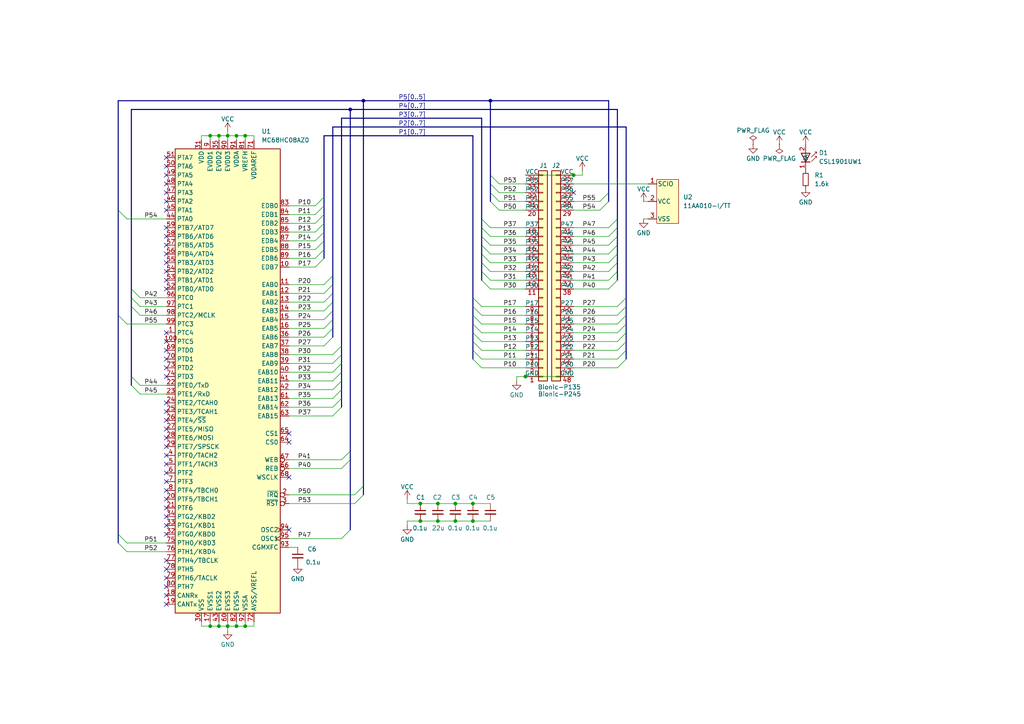
<source format=kicad_sch>
(kicad_sch (version 20231120) (generator "eeschema") (generator_version "8.0")
  (paper "A4")
  (title_block (title "BionicMC68HC08AZ0") (date "2025-03-09") (rev "2"))
  (lib_symbols
    (symbol "Device:C_Small" (pin_numbers hide) (pin_names (offset 0.254) hide)
      (property "Reference" "C" (at 0.254 1.778 0))
      (property "Value" "C_Small" (at 0.254 -2.032 0))
      (symbol "C_Small_0_1"
        (polyline (pts (xy -1.524 -0.508) (xy 1.524 -0.508)) (stroke (width 0.3302)))
        (polyline (pts (xy -1.524 0.508) (xy 1.524 0.508)) (stroke (width 0.3048)))
      )
      (symbol "C_Small_1_1"
        (pin passive line (at 0 2.54 270) (length 2.032) (name "~") (number "1"))
        (pin passive line (at 0 -2.54 90) (length 2.032) (name "~") (number "2"))
      )
    )
    (symbol "Device:R_Small" (pin_numbers hide) (pin_names (offset 0.254) hide)
      (property "Reference" "R" (at 0.762 0.508 0))
      (property "Value" "R_Small" (at 0.762 -1.016 0))
      (symbol "R_Small_0_1"
        (rectangle (start -0.762 1.778) (end 0.762 -1.778) (stroke (width 0.2032)))
      )
      (symbol "R_Small_1_1"
        (pin passive line (at 0 2.54 270) (length 0.762) (name "~") (number "1"))
        (pin passive line (at 0 -2.54 90) (length 0.762) (name "~") (number "2"))
      )
    )
    (symbol "bionic:Bionic-P135" (pin_names (offset 0))
      (property "Reference" "J" (at 0 30.48 0))
      (property "Value" "Bionic-P135" (at -1.27 -33.02 0))
      (symbol "Bionic-P135_1_1"
        (rectangle (start 0 -30.353) (end -1.27 -30.607) (stroke (width 0.1524)))
        (rectangle (start 0 -27.813) (end -1.27 -28.067) (stroke (width 0.1524)))
        (rectangle (start 0 -25.273) (end -1.27 -25.527) (stroke (width 0.1524)))
        (rectangle (start 0 -22.733) (end -1.27 -22.987) (stroke (width 0.1524)))
        (rectangle (start 0 -20.193) (end -1.27 -20.447) (stroke (width 0.1524)))
        (rectangle (start 0 -17.653) (end -1.27 -17.907) (stroke (width 0.1524)))
        (rectangle (start 0 -15.113) (end -1.27 -15.367) (stroke (width 0.1524)))
        (rectangle (start 0 -12.573) (end -1.27 -12.827) (stroke (width 0.1524)))
        (rectangle (start 0 -10.033) (end -1.27 -10.287) (stroke (width 0.1524)))
        (rectangle (start 0 -7.493) (end -1.27 -7.747) (stroke (width 0.1524)))
        (rectangle (start 0 -4.953) (end -1.27 -5.207) (stroke (width 0.1524)))
        (rectangle (start 0 -2.413) (end -1.27 -2.667) (stroke (width 0.1524)))
        (rectangle (start 0 0.127) (end -1.27 -0.127) (stroke (width 0.1524)))
        (rectangle (start 0 2.667) (end -1.27 2.413) (stroke (width 0.1524)))
        (rectangle (start 0 5.207) (end -1.27 4.953) (stroke (width 0.1524)))
        (rectangle (start 0 7.747) (end -1.27 7.493) (stroke (width 0.1524)))
        (rectangle (start 0 10.287) (end -1.27 10.033) (stroke (width 0.1524)))
        (rectangle (start 0 12.827) (end -1.27 12.573) (stroke (width 0.1524)))
        (rectangle (start 0 15.367) (end -1.27 15.113) (stroke (width 0.1524)))
        (rectangle (start 0 17.907) (end -1.27 17.653) (stroke (width 0.1524)))
        (rectangle (start 0 20.447) (end -1.27 20.193) (stroke (width 0.1524)))
        (rectangle (start 0 22.987) (end -1.27 22.733) (stroke (width 0.1524)))
        (rectangle (start 0 25.527) (end -1.27 25.273) (stroke (width 0.1524)))
        (rectangle (start 0 28.067) (end -1.27 27.813) (stroke (width 0.1524)))
        (rectangle (start 1.27 29.21) (end -1.27 -31.75) (stroke (width 0.254)) (fill (type background)))
        (pin power_in line (at -5.08 -30.48 0) (length 3.81) (name "GND") (number "1"))
        (pin bidirectional line (at -5.08 -5.08 0) (length 3.81) (name "P30") (number "11"))
        (pin bidirectional line (at -5.08 -2.54 0) (length 3.81) (name "P31") (number "12"))
        (pin bidirectional line (at -5.08 0 0) (length 3.81) (name "P32") (number "13"))
        (pin bidirectional line (at -5.08 2.54 0) (length 3.81) (name "P33") (number "14"))
        (pin bidirectional line (at -5.08 5.08 0) (length 3.81) (name "P34") (number "15"))
        (pin bidirectional line (at -5.08 7.62 0) (length 3.81) (name "P35") (number "16"))
        (pin bidirectional line (at -5.08 10.16 0) (length 3.81) (name "P36") (number "17"))
        (pin bidirectional line (at -5.08 12.7 0) (length 3.81) (name "P37") (number "18"))
        (pin bidirectional line (at -5.08 -27.94 0) (length 3.81) (name "P10") (number "2"))
        (pin bidirectional line (at -5.08 17.78 0) (length 3.81) (name "P50") (number "20"))
        (pin bidirectional line (at -5.08 20.32 0) (length 3.81) (name "P51") (number "21"))
        (pin bidirectional line (at -5.08 22.86 0) (length 3.81) (name "P52") (number "22"))
        (pin bidirectional line (at -5.08 25.4 0) (length 3.81) (name "P53") (number "23"))
        (pin power_in line (at -5.08 27.94 0) (length 3.81) (name "VCC") (number "24"))
        (pin bidirectional line (at -5.08 -25.4 0) (length 3.81) (name "P11") (number "3"))
        (pin bidirectional line (at -5.08 -22.86 0) (length 3.81) (name "P12") (number "4"))
        (pin bidirectional line (at -5.08 -20.32 0) (length 3.81) (name "P13") (number "5"))
        (pin bidirectional line (at -5.08 -17.78 0) (length 3.81) (name "P14") (number "6"))
        (pin bidirectional line (at -5.08 -15.24 0) (length 3.81) (name "P15") (number "7"))
        (pin bidirectional line (at -5.08 -12.7 0) (length 3.81) (name "P16") (number "8"))
        (pin bidirectional line (at -5.08 -10.16 0) (length 3.81) (name "P17") (number "9"))
      )
    )
    (symbol "bionic:Bionic-P245" (pin_names (offset 0))
      (property "Reference" "J" (at -3.81 30.48 0))
      (property "Value" "Bionic-P245" (at -1.27 -33.02 0))
      (symbol "Bionic-P245_1_1"
        (rectangle (start -2.54 -30.607) (end -3.81 -30.353) (stroke (width 0.1524)))
        (rectangle (start -2.54 -28.067) (end -3.81 -27.813) (stroke (width 0.1524)))
        (rectangle (start -2.54 -25.527) (end -3.81 -25.273) (stroke (width 0.1524)))
        (rectangle (start -2.54 -22.987) (end -3.81 -22.733) (stroke (width 0.1524)))
        (rectangle (start -2.54 -20.447) (end -3.81 -20.193) (stroke (width 0.1524)))
        (rectangle (start -2.54 -17.907) (end -3.81 -17.653) (stroke (width 0.1524)))
        (rectangle (start -2.54 -15.367) (end -3.81 -15.113) (stroke (width 0.1524)))
        (rectangle (start -2.54 -12.827) (end -3.81 -12.573) (stroke (width 0.1524)))
        (rectangle (start -2.54 -10.287) (end -3.81 -10.033) (stroke (width 0.1524)))
        (rectangle (start -2.54 -7.747) (end -3.81 -7.493) (stroke (width 0.1524)))
        (rectangle (start -2.54 -5.207) (end -3.81 -4.953) (stroke (width 0.1524)))
        (rectangle (start -2.54 -2.667) (end -3.81 -2.413) (stroke (width 0.1524)))
        (rectangle (start -2.54 -0.127) (end -3.81 0.127) (stroke (width 0.1524)))
        (rectangle (start -2.54 2.413) (end -3.81 2.667) (stroke (width 0.1524)))
        (rectangle (start -2.54 4.953) (end -3.81 5.207) (stroke (width 0.1524)))
        (rectangle (start -2.54 7.493) (end -3.81 7.747) (stroke (width 0.1524)))
        (rectangle (start -2.54 10.033) (end -3.81 10.287) (stroke (width 0.1524)))
        (rectangle (start -2.54 12.573) (end -3.81 12.827) (stroke (width 0.1524)))
        (rectangle (start -2.54 15.113) (end -3.81 15.367) (stroke (width 0.1524)))
        (rectangle (start -2.54 17.653) (end -3.81 17.907) (stroke (width 0.1524)))
        (rectangle (start -2.54 20.193) (end -3.81 20.447) (stroke (width 0.1524)))
        (rectangle (start -2.54 22.733) (end -3.81 22.987) (stroke (width 0.1524)))
        (rectangle (start -2.54 25.273) (end -3.81 25.527) (stroke (width 0.1524)))
        (rectangle (start -2.54 27.813) (end -3.81 28.067) (stroke (width 0.1524)))
        (rectangle (start -2.54 29.21) (end -5.08 -31.75) (stroke (width 0.254)) (fill (type background)))
        (pin power_in line (at 1.27 27.94 180) (length 3.81) (name "VCC") (number "25"))
        (pin bidirectional line (at 1.27 25.4 180) (length 3.81) (name "P57") (number "26"))
        (pin bidirectional line (at 1.27 22.86 180) (length 3.81) (name "P56") (number "27"))
        (pin bidirectional line (at 1.27 20.32 180) (length 3.81) (name "P55") (number "28"))
        (pin bidirectional line (at 1.27 17.78 180) (length 3.81) (name "P54") (number "29"))
        (pin bidirectional line (at 1.27 12.7 180) (length 3.81) (name "P47") (number "31"))
        (pin bidirectional line (at 1.27 10.16 180) (length 3.81) (name "P46") (number "32"))
        (pin bidirectional line (at 1.27 7.62 180) (length 3.81) (name "P45") (number "33"))
        (pin bidirectional line (at 1.27 5.08 180) (length 3.81) (name "P44") (number "34"))
        (pin bidirectional line (at 1.27 2.54 180) (length 3.81) (name "P43") (number "35"))
        (pin bidirectional line (at 1.27 0 180) (length 3.81) (name "P42") (number "36"))
        (pin bidirectional line (at 1.27 -2.54 180) (length 3.81) (name "P41") (number "37"))
        (pin bidirectional line (at 1.27 -5.08 180) (length 3.81) (name "P40") (number "38"))
        (pin bidirectional line (at 1.27 -10.16 180) (length 3.81) (name "P27") (number "40"))
        (pin bidirectional line (at 1.27 -12.7 180) (length 3.81) (name "P26") (number "41"))
        (pin bidirectional line (at 1.27 -15.24 180) (length 3.81) (name "P25") (number "42"))
        (pin bidirectional line (at 1.27 -17.78 180) (length 3.81) (name "P24") (number "43"))
        (pin bidirectional line (at 1.27 -20.32 180) (length 3.81) (name "P23") (number "44"))
        (pin bidirectional line (at 1.27 -22.86 180) (length 3.81) (name "P22") (number "45"))
        (pin bidirectional line (at 1.27 -25.4 180) (length 3.81) (name "P21") (number "46"))
        (pin bidirectional line (at 1.27 -27.94 180) (length 3.81) (name "P20") (number "47"))
        (pin power_in line (at 1.27 -30.48 180) (length 3.81) (name "GND") (number "48"))
      )
    )
    (symbol "cpu:MC68HC08AZ0"
      (property "Reference" "U" (at 20.574 83.312 0))
      (property "Value" "MC68HC08AZ0" (at 15.24 -85.344 0))
      (symbol "MC68HC08AZ0_0_1"
        (rectangle (start 0 67.31) (end 30.48 -67.31) (stroke (width 0.254)) (fill (type background)))
      )
      (symbol "MC68HC08AZ0_1_1"
        (pin bidirectional line (at -2.54 13.97 0) (length 2.54) (name "PTC4") (number "1"))
        (pin bidirectional line (at 33.02 33.02 180) (length 2.54) (name "EDB7") (number "10"))
        (pin input line (at -2.54 11.43 0) (length 2.54) (name "PTC5") (number "100"))
        (pin output line (at 33.02 27.94 180) (length 2.54) (name "EAB0") (number "11"))
        (pin output line (at 33.02 25.4 180) (length 2.54) (name "EAB1") (number "12"))
        (pin output line (at 33.02 22.86 180) (length 2.54) (name "EAB2") (number "13"))
        (pin output line (at 33.02 20.32 180) (length 2.54) (name "EAB3") (number "14"))
        (pin output line (at 33.02 17.78 180) (length 2.54) (name "EAB4") (number "15"))
        (pin output line (at 33.02 15.24 180) (length 2.54) (name "EAB5") (number "16"))
        (pin power_in line (at 10.16 -69.85 90) (length 2.54) (name "EVSS1") (number "17"))
        (pin input line (at -2.54 -62.23 0) (length 2.54) (name "CANRx") (number "18"))
        (pin output line (at -2.54 -64.77 0) (length 2.54) (name "CANTx") (number "19"))
        (pin input inverted (at 33.02 -33.02 180) (length 2.54) (name "~{IRQ}") (number "2"))
        (pin bidirectional line (at -2.54 -34.29 0) (length 2.54) (name "PTF5/TBCH1") (number "20"))
        (pin bidirectional line (at -2.54 -36.83 0) (length 2.54) (name "PTF6") (number "21"))
        (pin bidirectional line (at -2.54 -1.27 0) (length 2.54) (name "PTE0/TxD") (number "22"))
        (pin bidirectional line (at -2.54 -3.81 0) (length 2.54) (name "PTE1/RxD") (number "23"))
        (pin bidirectional line (at -2.54 -6.35 0) (length 2.54) (name "PTE2/TCAH0") (number "24"))
        (pin bidirectional line (at -2.54 -8.89 0) (length 2.54) (name "PTE3/TCAH1") (number "25"))
        (pin bidirectional line (at -2.54 -11.43 0) (length 2.54) (name "PTE4/~{SS}") (number "26"))
        (pin bidirectional line (at -2.54 -13.97 0) (length 2.54) (name "PTE5/MISO") (number "27"))
        (pin bidirectional line (at -2.54 -16.51 0) (length 2.54) (name "PTE6/MOSI") (number "28"))
        (pin bidirectional line (at -2.54 -19.05 0) (length 2.54) (name "PTE7/SPSCK") (number "29"))
        (pin input inverted (at 33.02 -35.56 180) (length 2.54) (name "~{RST}") (number "3"))
        (pin power_in line (at 7.62 -69.85 90) (length 2.54) (name "VSS") (number "30"))
        (pin power_in line (at 7.62 69.85 270) (length 2.54) (name "VDD") (number "31"))
        (pin bidirectional line (at -2.54 -44.45 0) (length 2.54) (name "PTG0/KBD0") (number "32"))
        (pin bidirectional line (at -2.54 -41.91 0) (length 2.54) (name "PTG1/KBD1") (number "33"))
        (pin bidirectional line (at -2.54 -39.37 0) (length 2.54) (name "PTG2/KBD2") (number "34"))
        (pin power_in line (at 12.7 69.85 270) (length 2.54) (name "EVDD2") (number "35"))
        (pin output line (at 33.02 12.7 180) (length 2.54) (name "EAB6") (number "36"))
        (pin output line (at 33.02 10.16 180) (length 2.54) (name "EAB7") (number "37"))
        (pin output line (at 33.02 7.62 180) (length 2.54) (name "EAB8") (number "38"))
        (pin output line (at 33.02 5.08 180) (length 2.54) (name "EAB9") (number "39"))
        (pin bidirectional line (at -2.54 -21.59 0) (length 2.54) (name "PTF0/TACH2") (number "4"))
        (pin output line (at 33.02 2.54 180) (length 2.54) (name "EAB10") (number "40"))
        (pin output line (at 33.02 0 180) (length 2.54) (name "EAB11") (number "41"))
        (pin output line (at 33.02 -2.54 180) (length 2.54) (name "EAB12") (number "42"))
        (pin power_in line (at 12.7 -69.85 90) (length 2.54) (name "EVSS2") (number "43"))
        (pin bidirectional line (at -2.54 46.99 0) (length 2.54) (name "PTA0") (number "44"))
        (pin bidirectional line (at -2.54 49.53 0) (length 2.54) (name "PTA1") (number "45"))
        (pin bidirectional line (at -2.54 52.07 0) (length 2.54) (name "PTA2") (number "46"))
        (pin bidirectional line (at -2.54 54.61 0) (length 2.54) (name "PTA3") (number "47"))
        (pin bidirectional line (at -2.54 57.15 0) (length 2.54) (name "PTA4") (number "48"))
        (pin bidirectional line (at -2.54 59.69 0) (length 2.54) (name "PTA5") (number "49"))
        (pin bidirectional line (at -2.54 -24.13 0) (length 2.54) (name "PTF1/TACH3") (number "5"))
        (pin bidirectional line (at -2.54 62.23 0) (length 2.54) (name "PTA6") (number "50"))
        (pin bidirectional line (at -2.54 64.77 0) (length 2.54) (name "PTA7") (number "51"))
        (pin bidirectional line (at -2.54 26.67 0) (length 2.54) (name "PTB0/ATD0") (number "52"))
        (pin bidirectional line (at -2.54 29.21 0) (length 2.54) (name "PTB1/ATD1") (number "53"))
        (pin bidirectional line (at -2.54 31.75 0) (length 2.54) (name "PTB2/ATD2") (number "54"))
        (pin bidirectional line (at -2.54 34.29 0) (length 2.54) (name "PTB3/ATD3") (number "55"))
        (pin bidirectional line (at -2.54 36.83 0) (length 2.54) (name "PTB4/ATD4") (number "56"))
        (pin bidirectional line (at -2.54 39.37 0) (length 2.54) (name "PTB5/ATD5") (number "57"))
        (pin bidirectional line (at -2.54 41.91 0) (length 2.54) (name "PTB6/ATD6") (number "58"))
        (pin bidirectional line (at -2.54 44.45 0) (length 2.54) (name "PTB7/ATD7") (number "59"))
        (pin bidirectional line (at -2.54 -26.67 0) (length 2.54) (name "PTF2") (number "6"))
        (pin power_in line (at 15.24 -69.85 90) (length 2.54) (name "EVSS3") (number "60"))
        (pin output line (at 33.02 -5.08 180) (length 2.54) (name "EAB13") (number "61"))
        (pin output line (at 33.02 -7.62 180) (length 2.54) (name "EAB14") (number "62"))
        (pin output line (at 33.02 -10.16 180) (length 2.54) (name "EAB15") (number "63"))
        (pin output line (at 33.02 -17.78 180) (length 2.54) (name "CS0") (number "64"))
        (pin output line (at 33.02 -15.24 180) (length 2.54) (name "CS1") (number "65"))
        (pin output inverted (at 33.02 -25.4 180) (length 2.54) (name "REB") (number "66"))
        (pin output inverted (at 33.02 -22.86 180) (length 2.54) (name "WEB") (number "67"))
        (pin output line (at 33.02 -27.94 180) (length 2.54) (name "WSCLK") (number "68"))
        (pin bidirectional line (at -2.54 8.89 0) (length 2.54) (name "PTD0") (number "69"))
        (pin bidirectional line (at -2.54 -29.21 0) (length 2.54) (name "PTF3") (number "7"))
        (pin bidirectional line (at -2.54 6.35 0) (length 2.54) (name "PTD1") (number "70"))
        (pin passive line (at 22.86 69.85 270) (length 2.54) (name "VDDAREF") (number "71"))
        (pin passive line (at 22.86 -69.85 90) (length 2.54) (name "AVSS/VREFL") (number "72"))
        (pin bidirectional line (at -2.54 3.81 0) (length 2.54) (name "PTD2") (number "73"))
        (pin input line (at -2.54 1.27 0) (length 2.54) (name "PTD3") (number "74"))
        (pin input line (at -2.54 -46.99 0) (length 2.54) (name "PTH0/KBD3") (number "75"))
        (pin input line (at -2.54 -49.53 0) (length 2.54) (name "PTH1/KBD4") (number "76"))
        (pin input line (at -2.54 -52.07 0) (length 2.54) (name "PTH4/TBCLK") (number "77"))
        (pin input line (at -2.54 -54.61 0) (length 2.54) (name "PTH5") (number "78"))
        (pin input line (at -2.54 -57.15 0) (length 2.54) (name "PTH6/TACLK") (number "79"))
        (pin bidirectional line (at -2.54 -31.75 0) (length 2.54) (name "PTF4/TBCH0") (number "8"))
        (pin input line (at -2.54 -59.69 0) (length 2.54) (name "PTH7") (number "80"))
        (pin passive line (at 20.32 69.85 270) (length 2.54) (name "VREFH") (number "81"))
        (pin power_in line (at 17.78 -69.85 90) (length 2.54) (name "EVSS4") (number "82"))
        (pin bidirectional line (at 33.02 50.8 180) (length 2.54) (name "EDB0") (number "83"))
        (pin bidirectional line (at 33.02 48.26 180) (length 2.54) (name "EDB1") (number "84"))
        (pin bidirectional line (at 33.02 45.72 180) (length 2.54) (name "EDB2") (number "85"))
        (pin bidirectional line (at 33.02 43.18 180) (length 2.54) (name "EDB3") (number "86"))
        (pin bidirectional line (at 33.02 40.64 180) (length 2.54) (name "EDB4") (number "87"))
        (pin bidirectional line (at 33.02 38.1 180) (length 2.54) (name "EDB5") (number "88"))
        (pin bidirectional line (at 33.02 35.56 180) (length 2.54) (name "EDB6") (number "89"))
        (pin power_in line (at 10.16 69.85 270) (length 2.54) (name "EVDD1") (number "9"))
        (pin power_in line (at 15.24 69.85 270) (length 2.54) (name "EVDD3") (number "90"))
        (pin power_in line (at 17.78 69.85 270) (length 2.54) (name "VDDA") (number "91"))
        (pin power_in line (at 20.32 -69.85 90) (length 2.54) (name "VSSA") (number "92"))
        (pin passive line (at 33.02 -48.26 180) (length 2.54) (name "CGMXFC") (number "93"))
        (pin output non_logic (at 33.02 -43.18 180) (length 2.54) (name "OSC2") (number "94"))
        (pin input clock (at 33.02 -45.72 180) (length 2.54) (name "OSC1") (number "95"))
        (pin input line (at -2.54 24.13 0) (length 2.54) (name "PTC0") (number "96"))
        (pin input line (at -2.54 21.59 0) (length 2.54) (name "PTC1") (number "97"))
        (pin input line (at -2.54 19.05 0) (length 2.54) (name "PTC2/MCLK") (number "98"))
        (pin input line (at -2.54 16.51 0) (length 2.54) (name "PTC3") (number "99"))
      )
    )
    (symbol "microchip:11AA010-I_TT" (pin_names (offset 0.254))
      (property "Reference" "U" (at 2.54 1.27 0))
      (property "Value" "11AA010-I/TT" (at 3.81 -13.97 0))
      (symbol "11AA010-I_TT_1_1"
        (rectangle (start 0 0) (end 6.35 -12.7) (fill (type background)))
        (pin bidirectional line (at -2.54 -1.27 0) (length 2.54) (name "SCIO") (number "1"))
        (pin power_in line (at -2.54 -6.35 0) (length 2.54) (name "VCC") (number "2"))
        (pin power_in line (at -2.54 -11.43 0) (length 2.54) (name "VSS") (number "3"))
      )
    )
    (symbol "power:GND" (power) (pin_numbers hide) (pin_names (offset 0) hide)
      (property "Value" "GND" (at 0 -3.81 0))
      (symbol "GND_0_1"
        (polyline (pts (xy 0 0) (xy 0 -1.27) (xy 1.27 -1.27) (xy 0 -2.54) (xy -1.27 -1.27) (xy 0 -1.27)))
      )
      (symbol "GND_1_1"
        (pin power_in line (at 0 0 270) (length 0) (name "~") (number "1"))
      )
    )
    (symbol "power:PWR_FLAG" (power) (pin_numbers hide) (pin_names (offset 0) hide)
      (property "Value" "PWR_FLAG" (at 0 3.81 0))
      (symbol "PWR_FLAG_0_0"
        (pin power_out line (at 0 0 90) (length 0) (name "~") (number "1"))
      )
      (symbol "PWR_FLAG_0_1"
        (polyline (pts (xy 0 0) (xy 0 1.27) (xy -1.016 1.905) (xy 0 2.54) (xy 1.016 1.905) (xy 0 1.27)))
      )
    )
    (symbol "power:VCC" (power) (pin_numbers hide) (pin_names (offset 0) hide)
      (property "Value" "VCC" (at 0 3.556 0))
      (symbol "VCC_0_1"
        (polyline (pts (xy -0.762 1.27) (xy 0 2.54)))
        (polyline (pts (xy 0 0) (xy 0 2.54)))
        (polyline (pts (xy 0 2.54) (xy 0.762 1.27)))
      )
      (symbol "VCC_1_1"
        (pin power_in line (at 0 0 90) (length 0) (name "~") (number "1"))
      )
    )
    (symbol "rhom:CSL1901UW1" (pin_names (offset 0.254))
      (property "Reference" "D" (at 3.81 -2.54 0))
      (property "Value" "CSL1901UW1" (at 3.81 -5.08 0))
      (symbol "CSL1901UW1_0_1"
        (polyline (pts (xy 2.159 3.175) (xy 2.667 3.175)))
        (polyline (pts (xy 2.54 0) (xy 5.08 0)))
        (polyline (pts (xy 5.08 1.27) (xy 5.08 -1.27)) (stroke (width 0.254)))
        (polyline (pts (xy 3.683 1.651) (xy 2.159 3.175) (xy 2.159 2.667)))
        (polyline (pts (xy 2.54 -1.27) (xy 5.08 0) (xy 2.54 1.27) (xy 2.54 -1.27)) (stroke (width 0.254)))
        (polyline (pts (xy 4.953 1.651) (xy 3.429 3.175) (xy 3.429 2.667) (xy 3.429 3.175) (xy 3.937 3.175)))
      )
      (symbol "CSL1901UW1_1_1"
        (pin passive line (at 7.62 0 180) (length 2.54) (name "K") (number "1"))
        (pin passive line (at 0 0 0) (length 2.54) (name "A") (number "2"))
      )
      (symbol "CSL1901UW1_1_2"
        (polyline (pts (xy -5.08 7.62) (xy -4.445 8.255)) (stroke (width 0.2032)))
        (polyline (pts (xy -5.08 8.255) (xy -5.08 7.62)) (stroke (width 0.2032)))
        (polyline (pts (xy -4.445 6.35) (xy -3.81 6.985)) (stroke (width 0.2032)))
        (polyline (pts (xy -4.445 8.255) (xy -5.08 8.255)) (stroke (width 0.2032)))
        (polyline (pts (xy -4.445 9.525) (xy -3.81 10.16)) (stroke (width 0.2032)))
        (polyline (pts (xy -4.445 10.16) (xy -4.445 9.525)) (stroke (width 0.2032)))
        (polyline (pts (xy -3.81 6.985) (xy -5.08 8.255)) (stroke (width 0.2032)))
        (polyline (pts (xy -3.81 8.255) (xy -3.175 8.89)) (stroke (width 0.2032)))
        (polyline (pts (xy -3.81 10.16) (xy -4.445 10.16)) (stroke (width 0.2032)))
        (polyline (pts (xy -3.175 5.08) (xy -4.445 6.35)) (stroke (width 0.2032)))
        (polyline (pts (xy -3.175 8.89) (xy -4.445 10.16)) (stroke (width 0.2032)))
        (polyline (pts (xy -2.54 6.985) (xy -3.81 8.255)) (stroke (width 0.2032)))
        (polyline (pts (xy -1.905 3.81) (xy 1.905 3.81)) (stroke (width 0.2032)))
        (polyline (pts (xy 0 2.54) (xy 0 3.4798)) (stroke (width 0.2032)))
        (polyline (pts (xy 0 3.175) (xy 0 3.81)) (stroke (width 0.2032)))
        (polyline (pts (xy 0 6.35) (xy -1.905 3.81)) (stroke (width 0.2032)))
        (polyline (pts (xy 0 6.35) (xy 0 7.62)) (stroke (width 0.2032)))
        (polyline (pts (xy 1.905 3.81) (xy 0 6.35)) (stroke (width 0.2032)))
        (polyline (pts (xy 1.905 6.35) (xy -1.905 6.35)) (stroke (width 0.2032)))
        (pin unspecified line (at 0 10.16 270) (length 2.54) (name "") (number "1"))
        (pin unspecified line (at 0 0 90) (length 2.54) (name "") (number "2"))
      )
    )
  )
  (junction (at 137.16 146.05))
  (junction (at 68.58 181.61))
  (junction (at 66.04 181.61))
  (junction (at 60.96 181.61))
  (junction (at 105.41 29.21))
  (junction (at 137.16 151.13))
  (junction (at 121.92 151.13))
  (junction (at 101.6 31.75))
  (junction (at 68.58 39.37))
  (junction (at 63.5 39.37))
  (junction (at 132.08 146.05))
  (junction (at 63.5 181.61))
  (junction (at 121.92 146.05))
  (junction (at 60.96 39.37))
  (junction (at 71.12 181.61))
  (junction (at 132.08 151.13))
  (junction (at 152.4 109.22))
  (junction (at 71.12 39.37))
  (junction (at 66.04 39.37))
  (junction (at 142.24 29.21))
  (junction (at 127 151.13))
  (junction (at 166.37 50.8))
  (junction (at 127 146.05))
  (no_connect (at 83.82 125.73))
  (no_connect (at 48.26 73.66))
  (no_connect (at 83.82 153.67))
  (no_connect (at 48.26 66.04))
  (no_connect (at 48.26 149.86))
  (no_connect (at 48.26 106.68))
  (no_connect (at 83.82 138.43))
  (no_connect (at 48.26 144.78))
  (no_connect (at 48.26 167.64))
  (no_connect (at 48.26 170.18))
  (no_connect (at 48.26 134.62))
  (no_connect (at 48.26 99.06))
  (no_connect (at 48.26 101.6))
  (no_connect (at 48.26 119.38))
  (no_connect (at 48.26 132.08))
  (no_connect (at 48.26 45.72))
  (no_connect (at 48.26 127))
  (no_connect (at 48.26 50.8))
  (no_connect (at 48.26 154.94))
  (no_connect (at 48.26 139.7))
  (no_connect (at 48.26 129.54))
  (no_connect (at 48.26 58.42))
  (no_connect (at 166.37 55.88))
  (no_connect (at 48.26 165.1))
  (no_connect (at 48.26 147.32))
  (no_connect (at 48.26 137.16))
  (no_connect (at 48.26 116.84))
  (no_connect (at 48.26 81.28))
  (no_connect (at 48.26 48.26))
  (no_connect (at 48.26 83.82))
  (no_connect (at 48.26 142.24))
  (no_connect (at 48.26 76.2))
  (no_connect (at 48.26 109.22))
  (no_connect (at 48.26 124.46))
  (no_connect (at 48.26 78.74))
  (no_connect (at 48.26 162.56))
  (no_connect (at 48.26 96.52))
  (no_connect (at 48.26 60.96))
  (no_connect (at 48.26 53.34))
  (no_connect (at 48.26 121.92))
  (no_connect (at 48.26 172.72))
  (no_connect (at 48.26 71.12))
  (no_connect (at 48.26 68.58))
  (no_connect (at 48.26 104.14))
  (no_connect (at 48.26 55.88))
  (no_connect (at 48.26 152.4))
  (no_connect (at 83.82 128.27))
  (no_connect (at 48.26 175.26))
  (bus_entry (at 93.98 62.23) (size -2.54 2.54))
  (bus_entry (at 142.24 58.42) (size 2.54 2.54))
  (bus_entry (at 181.61 86.36) (size -2.54 2.54))
  (bus_entry (at 93.98 74.93) (size -2.54 2.54))
  (bus_entry (at 139.7 78.74) (size 2.54 2.54))
  (bus_entry (at 139.7 81.28) (size 2.54 2.54))
  (bus_entry (at 96.52 82.55) (size -2.54 2.54))
  (bus_entry (at 99.06 102.87) (size -2.54 2.54))
  (bus_entry (at 93.98 59.69) (size -2.54 2.54))
  (bus_entry (at 38.1 109.22) (size 2.54 2.54))
  (bus_entry (at 93.98 67.31) (size -2.54 2.54))
  (bus_entry (at 181.61 99.06) (size -2.54 2.54))
  (bus_entry (at 38.1 86.36) (size 2.54 2.54))
  (bus_entry (at 96.52 92.71) (size -2.54 2.54))
  (bus_entry (at 38.1 111.76) (size 2.54 2.54))
  (bus_entry (at 93.98 64.77) (size -2.54 2.54))
  (bus_entry (at 137.16 88.9) (size 2.54 2.54))
  (bus_entry (at 179.07 68.58) (size -2.54 2.54))
  (bus_entry (at 181.61 101.6) (size -2.54 2.54))
  (bus_entry (at 176.53 58.42) (size -2.54 2.54))
  (bus_entry (at 38.1 88.9) (size 2.54 2.54))
  (bus_entry (at 101.6 153.67) (size -2.54 2.54))
  (bus_entry (at 101.6 133.35) (size -2.54 2.54))
  (bus_entry (at 137.16 91.44) (size 2.54 2.54))
  (bus_entry (at 34.29 154.94) (size 2.54 2.54))
  (bus_entry (at 176.53 55.88) (size -2.54 2.54))
  (bus_entry (at 181.61 93.98) (size -2.54 2.54))
  (bus_entry (at 179.07 76.2) (size -2.54 2.54))
  (bus_entry (at 139.7 73.66) (size 2.54 2.54))
  (bus_entry (at 99.06 107.95) (size -2.54 2.54))
  (bus_entry (at 139.7 63.5) (size 2.54 2.54))
  (bus_entry (at 105.41 140.97) (size -2.54 2.54))
  (bus_entry (at 137.16 96.52) (size 2.54 2.54))
  (bus_entry (at 99.06 105.41) (size -2.54 2.54))
  (bus_entry (at 96.52 97.79) (size -2.54 2.54))
  (bus_entry (at 96.52 80.01) (size -2.54 2.54))
  (bus_entry (at 34.29 157.48) (size 2.54 2.54))
  (bus_entry (at 139.7 76.2) (size 2.54 2.54))
  (bus_entry (at 99.06 118.11) (size -2.54 2.54))
  (bus_entry (at 179.07 71.12) (size -2.54 2.54))
  (bus_entry (at 179.07 66.04) (size -2.54 2.54))
  (bus_entry (at 34.29 60.96) (size 2.54 2.54))
  (bus_entry (at 93.98 69.85) (size -2.54 2.54))
  (bus_entry (at 181.61 96.52) (size -2.54 2.54))
  (bus_entry (at 137.16 104.14) (size 2.54 2.54))
  (bus_entry (at 99.06 113.03) (size -2.54 2.54))
  (bus_entry (at 96.52 85.09) (size -2.54 2.54))
  (bus_entry (at 139.7 71.12) (size 2.54 2.54))
  (bus_entry (at 105.41 143.51) (size -2.54 2.54))
  (bus_entry (at 96.52 95.25) (size -2.54 2.54))
  (bus_entry (at 181.61 104.14) (size -2.54 2.54))
  (bus_entry (at 179.07 63.5) (size -2.54 2.54))
  (bus_entry (at 179.07 81.28) (size -2.54 2.54))
  (bus_entry (at 142.24 55.88) (size 2.54 2.54))
  (bus_entry (at 99.06 110.49) (size -2.54 2.54))
  (bus_entry (at 179.07 78.74) (size -2.54 2.54))
  (bus_entry (at 96.52 90.17) (size -2.54 2.54))
  (bus_entry (at 99.06 100.33) (size -2.54 2.54))
  (bus_entry (at 137.16 86.36) (size 2.54 2.54))
  (bus_entry (at 96.52 87.63) (size -2.54 2.54))
  (bus_entry (at 137.16 99.06) (size 2.54 2.54))
  (bus_entry (at 137.16 93.98) (size 2.54 2.54))
  (bus_entry (at 179.07 73.66) (size -2.54 2.54))
  (bus_entry (at 181.61 91.44) (size -2.54 2.54))
  (bus_entry (at 181.61 88.9) (size -2.54 2.54))
  (bus_entry (at 38.1 83.82) (size 2.54 2.54))
  (bus_entry (at 139.7 66.04) (size 2.54 2.54))
  (bus_entry (at 34.29 91.44) (size 2.54 2.54))
  (bus_entry (at 137.16 101.6) (size 2.54 2.54))
  (bus_entry (at 93.98 72.39) (size -2.54 2.54))
  (bus_entry (at 142.24 50.8) (size 2.54 2.54))
  (bus_entry (at 99.06 115.57) (size -2.54 2.54))
  (bus_entry (at 139.7 68.58) (size 2.54 2.54))
  (bus_entry (at 101.6 130.81) (size -2.54 2.54))
  (bus_entry (at 93.98 57.15) (size -2.54 2.54))
  (bus_entry (at 142.24 53.34) (size 2.54 2.54))
  (wire (pts (xy 40.64 86.36) (xy 48.26 86.36)))
  (bus (pts (xy 139.7 73.66) (xy 139.7 71.12)))
  (bus (pts (xy 101.6 31.75) (xy 179.07 31.75)))
  (wire (pts (xy 144.78 55.88) (xy 152.4 55.88)))
  (bus (pts (xy 179.07 63.5) (xy 179.07 66.04)))
  (wire (pts (xy 36.83 93.98) (xy 48.26 93.98)))
  (bus (pts (xy 139.7 78.74) (xy 139.7 76.2)))
  (bus (pts (xy 105.41 29.21) (xy 142.24 29.21)))
  (bus (pts (xy 179.07 68.58) (xy 179.07 71.12)))
  (wire (pts (xy 83.82 113.03) (xy 96.52 113.03)))
  (wire (pts (xy 166.37 73.66) (xy 176.53 73.66)))
  (wire (pts (xy 144.78 58.42) (xy 152.4 58.42)))
  (wire (pts (xy 58.42 181.61) (xy 60.96 181.61)))
  (wire (pts (xy 71.12 39.37) (xy 73.66 39.37)))
  (wire (pts (xy 71.12 181.61) (xy 73.66 181.61)))
  (bus (pts (xy 139.7 81.28) (xy 139.7 78.74)))
  (bus (pts (xy 99.06 107.95) (xy 99.06 110.49)))
  (wire (pts (xy 60.96 39.37) (xy 60.96 40.64)))
  (bus (pts (xy 34.29 157.48) (xy 34.29 154.94)))
  (bus (pts (xy 137.16 96.52) (xy 137.16 93.98)))
  (bus (pts (xy 99.06 115.57) (xy 99.06 118.11)))
  (bus (pts (xy 99.06 34.29) (xy 99.06 100.33)))
  (bus (pts (xy 181.61 101.6) (xy 181.61 104.14)))
  (wire (pts (xy 83.82 102.87) (xy 96.52 102.87)))
  (wire (pts (xy 166.37 91.44) (xy 179.07 91.44)))
  (wire (pts (xy 186.69 58.42) (xy 187.96 58.42)))
  (bus (pts (xy 179.07 78.74) (xy 179.07 81.28)))
  (bus (pts (xy 137.16 86.36) (xy 137.16 39.37)))
  (bus (pts (xy 139.7 66.04) (xy 139.7 63.5)))
  (wire (pts (xy 166.37 60.96) (xy 173.99 60.96)))
  (wire (pts (xy 58.42 39.37) (xy 60.96 39.37)))
  (wire (pts (xy 142.24 71.12) (xy 152.4 71.12)))
  (wire (pts (xy 166.37 104.14) (xy 179.07 104.14)))
  (bus (pts (xy 96.52 87.63) (xy 96.52 85.09)))
  (wire (pts (xy 139.7 104.14) (xy 152.4 104.14)))
  (wire (pts (xy 139.7 88.9) (xy 152.4 88.9)))
  (bus (pts (xy 181.61 91.44) (xy 181.61 93.98)))
  (wire (pts (xy 132.08 151.13) (xy 137.16 151.13)))
  (wire (pts (xy 142.24 83.82) (xy 152.4 83.82)))
  (wire (pts (xy 166.37 68.58) (xy 176.53 68.58)))
  (wire (pts (xy 83.82 110.49) (xy 96.52 110.49)))
  (wire (pts (xy 168.91 50.8) (xy 166.37 50.8)))
  (bus (pts (xy 137.16 101.6) (xy 137.16 99.06)))
  (wire (pts (xy 166.37 93.98) (xy 179.07 93.98)))
  (wire (pts (xy 152.4 109.22) (xy 166.37 109.22)))
  (wire (pts (xy 83.82 69.85) (xy 91.44 69.85)))
  (wire (pts (xy 83.82 92.71) (xy 93.98 92.71)))
  (wire (pts (xy 83.82 95.25) (xy 93.98 95.25)))
  (bus (pts (xy 181.61 96.52) (xy 181.61 99.06)))
  (wire (pts (xy 83.82 72.39) (xy 91.44 72.39)))
  (bus (pts (xy 96.52 85.09) (xy 96.52 82.55)))
  (wire (pts (xy 83.82 100.33) (xy 93.98 100.33)))
  (wire (pts (xy 166.37 96.52) (xy 179.07 96.52)))
  (wire (pts (xy 40.64 114.3) (xy 48.26 114.3)))
  (wire (pts (xy 83.82 77.47) (xy 91.44 77.47)))
  (bus (pts (xy 176.53 29.21) (xy 142.24 29.21)))
  (wire (pts (xy 166.37 71.12) (xy 176.53 71.12)))
  (bus (pts (xy 137.16 99.06) (xy 137.16 96.52)))
  (bus (pts (xy 137.16 91.44) (xy 137.16 88.9)))
  (wire (pts (xy 132.08 146.05) (xy 137.16 146.05)))
  (wire (pts (xy 139.7 93.98) (xy 152.4 93.98)))
  (bus (pts (xy 181.61 93.98) (xy 181.61 96.52)))
  (bus (pts (xy 179.07 31.75) (xy 179.07 63.5)))
  (wire (pts (xy 118.11 146.05) (xy 121.92 146.05)))
  (wire (pts (xy 71.12 39.37) (xy 71.12 40.64)))
  (wire (pts (xy 68.58 39.37) (xy 71.12 39.37)))
  (wire (pts (xy 166.37 88.9) (xy 179.07 88.9)))
  (wire (pts (xy 63.5 39.37) (xy 66.04 39.37)))
  (wire (pts (xy 166.37 99.06) (xy 179.07 99.06)))
  (bus (pts (xy 105.41 140.97) (xy 105.41 143.51)))
  (wire (pts (xy 66.04 181.61) (xy 66.04 182.88)))
  (bus (pts (xy 93.98 72.39) (xy 93.98 74.93)))
  (bus (pts (xy 137.16 104.14) (xy 137.16 101.6)))
  (wire (pts (xy 73.66 39.37) (xy 73.66 40.64)))
  (wire (pts (xy 83.82 135.89) (xy 99.06 135.89)))
  (wire (pts (xy 166.37 53.34) (xy 187.96 53.34)))
  (bus (pts (xy 34.29 60.96) (xy 34.29 29.21)))
  (wire (pts (xy 83.82 156.21) (xy 99.06 156.21)))
  (wire (pts (xy 186.69 63.5) (xy 187.96 63.5)))
  (bus (pts (xy 101.6 133.35) (xy 101.6 130.81)))
  (wire (pts (xy 83.82 59.69) (xy 91.44 59.69)))
  (bus (pts (xy 93.98 59.69) (xy 93.98 62.23)))
  (wire (pts (xy 83.82 87.63) (xy 93.98 87.63)))
  (wire (pts (xy 63.5 39.37) (xy 63.5 40.64)))
  (wire (pts (xy 139.7 106.68) (xy 152.4 106.68)))
  (wire (pts (xy 142.24 81.28) (xy 152.4 81.28)))
  (bus (pts (xy 99.06 102.87) (xy 99.06 105.41)))
  (wire (pts (xy 166.37 106.68) (xy 179.07 106.68)))
  (bus (pts (xy 101.6 153.67) (xy 101.6 133.35)))
  (wire (pts (xy 152.4 50.8) (xy 166.37 50.8)))
  (wire (pts (xy 68.58 39.37) (xy 68.58 40.64)))
  (wire (pts (xy 83.82 74.93) (xy 91.44 74.93)))
  (wire (pts (xy 127 146.05) (xy 132.08 146.05)))
  (wire (pts (xy 137.16 146.05) (xy 142.24 146.05)))
  (wire (pts (xy 36.83 160.02) (xy 48.26 160.02)))
  (wire (pts (xy 144.78 53.34) (xy 152.4 53.34)))
  (bus (pts (xy 38.1 88.9) (xy 38.1 86.36)))
  (wire (pts (xy 83.82 90.17) (xy 93.98 90.17)))
  (bus (pts (xy 96.52 36.83) (xy 181.61 36.83)))
  (wire (pts (xy 121.92 146.05) (xy 127 146.05)))
  (bus (pts (xy 139.7 34.29) (xy 99.06 34.29)))
  (bus (pts (xy 179.07 66.04) (xy 179.07 68.58)))
  (bus (pts (xy 105.41 29.21) (xy 105.41 140.97)))
  (wire (pts (xy 142.24 78.74) (xy 152.4 78.74)))
  (bus (pts (xy 176.53 55.88) (xy 176.53 29.21)))
  (wire (pts (xy 83.82 105.41) (xy 96.52 105.41)))
  (wire (pts (xy 83.82 143.51) (xy 102.87 143.51)))
  (wire (pts (xy 40.64 111.76) (xy 48.26 111.76)))
  (wire (pts (xy 166.37 58.42) (xy 173.99 58.42)))
  (wire (pts (xy 166.37 83.82) (xy 176.53 83.82)))
  (wire (pts (xy 83.82 97.79) (xy 93.98 97.79)))
  (wire (pts (xy 139.7 99.06) (xy 152.4 99.06)))
  (wire (pts (xy 63.5 180.34) (xy 63.5 181.61)))
  (wire (pts (xy 168.91 49.53) (xy 168.91 50.8)))
  (bus (pts (xy 179.07 76.2) (xy 179.07 78.74)))
  (bus (pts (xy 96.52 97.79) (xy 96.52 95.25)))
  (wire (pts (xy 60.96 181.61) (xy 63.5 181.61)))
  (wire (pts (xy 149.86 110.49) (xy 149.86 109.22)))
  (bus (pts (xy 179.07 71.12) (xy 179.07 73.66)))
  (bus (pts (xy 137.16 93.98) (xy 137.16 91.44)))
  (bus (pts (xy 96.52 80.01) (xy 96.52 36.83)))
  (bus (pts (xy 93.98 64.77) (xy 93.98 67.31)))
  (wire (pts (xy 68.58 180.34) (xy 68.58 181.61)))
  (bus (pts (xy 137.16 39.37) (xy 93.98 39.37)))
  (bus (pts (xy 96.52 95.25) (xy 96.52 92.71)))
  (bus (pts (xy 96.52 90.17) (xy 96.52 87.63)))
  (wire (pts (xy 139.7 91.44) (xy 152.4 91.44)))
  (bus (pts (xy 96.52 92.71) (xy 96.52 90.17)))
  (bus (pts (xy 176.53 58.42) (xy 176.53 55.88)))
  (wire (pts (xy 73.66 181.61) (xy 73.66 180.34)))
  (wire (pts (xy 83.82 115.57) (xy 96.52 115.57)))
  (wire (pts (xy 66.04 181.61) (xy 68.58 181.61)))
  (bus (pts (xy 93.98 69.85) (xy 93.98 72.39)))
  (wire (pts (xy 66.04 180.34) (xy 66.04 181.61)))
  (bus (pts (xy 139.7 68.58) (xy 139.7 66.04)))
  (wire (pts (xy 58.42 40.64) (xy 58.42 39.37)))
  (wire (pts (xy 66.04 39.37) (xy 66.04 40.64)))
  (wire (pts (xy 60.96 180.34) (xy 60.96 181.61)))
  (wire (pts (xy 83.82 146.05) (xy 102.87 146.05)))
  (wire (pts (xy 66.04 38.1) (xy 66.04 39.37)))
  (wire (pts (xy 58.42 180.34) (xy 58.42 181.61)))
  (wire (pts (xy 83.82 85.09) (xy 93.98 85.09)))
  (bus (pts (xy 99.06 113.03) (xy 99.06 115.57)))
  (bus (pts (xy 181.61 86.36) (xy 181.61 88.9)))
  (bus (pts (xy 93.98 57.15) (xy 93.98 59.69)))
  (bus (pts (xy 181.61 88.9) (xy 181.61 91.44)))
  (bus (pts (xy 101.6 31.75) (xy 101.6 130.81)))
  (bus (pts (xy 38.1 109.22) (xy 38.1 88.9)))
  (bus (pts (xy 93.98 39.37) (xy 93.98 57.15)))
  (wire (pts (xy 127 151.13) (xy 132.08 151.13)))
  (wire (pts (xy 166.37 81.28) (xy 176.53 81.28)))
  (wire (pts (xy 142.24 76.2) (xy 152.4 76.2)))
  (bus (pts (xy 137.16 88.9) (xy 137.16 86.36)))
  (wire (pts (xy 142.24 73.66) (xy 152.4 73.66)))
  (wire (pts (xy 83.82 82.55) (xy 93.98 82.55)))
  (wire (pts (xy 83.82 158.75) (xy 86.36 158.75)))
  (bus (pts (xy 139.7 63.5) (xy 139.7 34.29)))
  (wire (pts (xy 118.11 144.78) (xy 118.11 146.05)))
  (bus (pts (xy 34.29 91.44) (xy 34.29 60.96)))
  (wire (pts (xy 149.86 109.22) (xy 152.4 109.22)))
  (bus (pts (xy 142.24 53.34) (xy 142.24 50.8)))
  (wire (pts (xy 139.7 96.52) (xy 152.4 96.52)))
  (wire (pts (xy 40.64 91.44) (xy 48.26 91.44)))
  (bus (pts (xy 38.1 86.36) (xy 38.1 83.82)))
  (wire (pts (xy 166.37 78.74) (xy 176.53 78.74)))
  (wire (pts (xy 83.82 107.95) (xy 96.52 107.95)))
  (bus (pts (xy 139.7 76.2) (xy 139.7 73.66)))
  (wire (pts (xy 60.96 39.37) (xy 63.5 39.37)))
  (wire (pts (xy 166.37 76.2) (xy 176.53 76.2)))
  (wire (pts (xy 139.7 101.6) (xy 152.4 101.6)))
  (bus (pts (xy 142.24 50.8) (xy 142.24 29.21)))
  (wire (pts (xy 66.04 39.37) (xy 68.58 39.37)))
  (wire (pts (xy 36.83 63.5) (xy 48.26 63.5)))
  (wire (pts (xy 83.82 67.31) (xy 91.44 67.31)))
  (bus (pts (xy 179.07 73.66) (xy 179.07 76.2)))
  (wire (pts (xy 118.11 151.13) (xy 121.92 151.13)))
  (wire (pts (xy 166.37 101.6) (xy 179.07 101.6)))
  (bus (pts (xy 99.06 100.33) (xy 99.06 102.87)))
  (wire (pts (xy 166.37 66.04) (xy 176.53 66.04)))
  (wire (pts (xy 63.5 181.61) (xy 66.04 181.61)))
  (bus (pts (xy 93.98 67.31) (xy 93.98 69.85)))
  (bus (pts (xy 96.52 82.55) (xy 96.52 80.01)))
  (bus (pts (xy 99.06 110.49) (xy 99.06 113.03)))
  (bus (pts (xy 34.29 154.94) (xy 34.29 91.44)))
  (wire (pts (xy 36.83 157.48) (xy 48.26 157.48)))
  (wire (pts (xy 118.11 152.4) (xy 118.11 151.13)))
  (wire (pts (xy 142.24 66.04) (xy 152.4 66.04)))
  (wire (pts (xy 144.78 60.96) (xy 152.4 60.96)))
  (wire (pts (xy 83.82 62.23) (xy 91.44 62.23)))
  (bus (pts (xy 38.1 83.82) (xy 38.1 31.75)))
  (bus (pts (xy 38.1 111.76) (xy 38.1 109.22)))
  (bus (pts (xy 142.24 58.42) (xy 142.24 55.88)))
  (wire (pts (xy 83.82 118.11) (xy 96.52 118.11)))
  (bus (pts (xy 93.98 62.23) (xy 93.98 64.77)))
  (wire (pts (xy 121.92 151.13) (xy 127 151.13)))
  (wire (pts (xy 40.64 88.9) (xy 48.26 88.9)))
  (wire (pts (xy 142.24 68.58) (xy 152.4 68.58)))
  (wire (pts (xy 71.12 180.34) (xy 71.12 181.61)))
  (wire (pts (xy 83.82 64.77) (xy 91.44 64.77)))
  (wire (pts (xy 83.82 120.65) (xy 96.52 120.65)))
  (bus (pts (xy 181.61 36.83) (xy 181.61 86.36)))
  (bus (pts (xy 99.06 105.41) (xy 99.06 107.95)))
  (bus (pts (xy 34.29 29.21) (xy 105.41 29.21)))
  (wire (pts (xy 68.58 181.61) (xy 71.12 181.61)))
  (wire (pts (xy 83.82 133.35) (xy 99.06 133.35)))
  (wire (pts (xy 137.16 151.13) (xy 142.24 151.13)))
  (bus (pts (xy 38.1 31.75) (xy 101.6 31.75)))
  (bus (pts (xy 139.7 71.12) (xy 139.7 68.58)))
  (bus (pts (xy 181.61 99.06) (xy 181.61 101.6)))
  (bus (pts (xy 142.24 55.88) (xy 142.24 53.34)))
  (label "P37" (at 86.36 120.65 0))
  (label "P24" (at 168.91 96.52 0))
  (label "P5[0..5]" (at 115.57 29.21 0))
  (label "P33" (at 86.36 110.49 0))
  (label "P47" (at 86.36 156.21 0))
  (label "P54" (at 45.72 63.5 180))
  (label "P2[0..7]" (at 115.57 36.83 0))
  (label "P10" (at 86.36 59.69 0))
  (label "P36" (at 149.86 68.58 180))
  (label "P1[0..7]" (at 115.57 39.37 0))
  (label "P14" (at 86.36 69.85 0))
  (label "P10" (at 149.86 106.68 180))
  (label "P26" (at 168.91 91.44 0))
  (label "P46" (at 45.72 91.44 180))
  (label "P51" (at 45.72 157.48 180))
  (label "P53" (at 86.36 146.05 0))
  (label "P40" (at 168.91 83.82 0))
  (label "P36" (at 86.36 118.11 0))
  (label "P31" (at 86.36 105.41 0))
  (label "P33" (at 149.86 76.2 180))
  (label "P11" (at 149.86 104.14 180))
  (label "P34" (at 149.86 73.66 180))
  (label "P52" (at 45.72 160.02 180))
  (label "P37" (at 149.86 66.04 180))
  (label "P35" (at 149.86 71.12 180))
  (label "P17" (at 149.86 88.9 180))
  (label "P43" (at 45.72 88.9 180))
  (label "P41" (at 168.91 81.28 0))
  (label "P50" (at 86.36 143.51 0))
  (label "P55" (at 45.72 93.98 180))
  (label "P15" (at 86.36 72.39 0))
  (label "P42" (at 168.91 78.74 0))
  (label "P35" (at 86.36 115.57 0))
  (label "P13" (at 149.86 99.06 180))
  (label "P3[0..7]" (at 115.57 34.29 0))
  (label "P31" (at 149.86 81.28 180))
  (label "P52" (at 149.86 55.88 180))
  (label "P55" (at 168.91 58.42 0))
  (label "P44" (at 168.91 73.66 0))
  (label "P12" (at 149.86 101.6 180))
  (label "P23" (at 86.36 90.17 0))
  (label "P25" (at 86.36 95.25 0))
  (label "P14" (at 149.86 96.52 180))
  (label "P44" (at 45.72 111.76 180))
  (label "P23" (at 168.91 99.06 0))
  (label "P22" (at 168.91 101.6 0))
  (label "P32" (at 86.36 107.95 0))
  (label "P16" (at 86.36 74.93 0))
  (label "P53" (at 149.86 53.34 180))
  (label "P32" (at 149.86 78.74 180))
  (label "P50" (at 149.86 60.96 180))
  (label "P12" (at 86.36 64.77 0))
  (label "P21" (at 168.91 104.14 0))
  (label "P13" (at 86.36 67.31 0))
  (label "P46" (at 168.91 68.58 0))
  (label "P16" (at 149.86 91.44 180))
  (label "P43" (at 168.91 76.2 0))
  (label "P17" (at 86.36 77.47 0))
  (label "P25" (at 168.91 93.98 0))
  (label "P34" (at 86.36 113.03 0))
  (label "P42" (at 45.72 86.36 180))
  (label "P54" (at 168.91 60.96 0))
  (label "P27" (at 86.36 100.33 0))
  (label "P47" (at 168.91 66.04 0))
  (label "P41" (at 86.36 133.35 0))
  (label "P40" (at 86.36 135.89 0))
  (label "P22" (at 86.36 87.63 0))
  (label "P24" (at 86.36 92.71 0))
  (label "P30" (at 86.36 102.87 0))
  (label "P26" (at 86.36 97.79 0))
  (label "P21" (at 86.36 85.09 0))
  (label "P11" (at 86.36 62.23 0))
  (label "P51" (at 149.86 58.42 180))
  (label "P20" (at 86.36 82.55 0))
  (label "P45" (at 168.91 71.12 0))
  (label "P4[0..7]" (at 115.57 31.75 0))
  (label "P45" (at 45.72 114.3 180))
  (label "P27" (at 168.91 88.9 0))
  (label "P20" (at 168.91 106.68 0))
  (label "P15" (at 149.86 93.98 180))
  (label "P30" (at 149.86 83.82 180))
  (symbol (lib_id "power:PWR_FLAG") (at 226.06 41.91 180) (unit 1)
    (property "Reference" "#FLG01" (effects (hide yes)))
    (property "Value" "PWR_FLAG" (at 226.06 45.974 0))
    (property "Description" "Special symbol for telling ERC where power comes from" (effects (hide yes)))
  )
  (symbol (lib_id "bionic:Bionic-P245") (at 165.1 78.74 0) (unit 1)
    (property "Reference" "J2" (at 161.29 48.006 0))
    (property "Value" "Bionic-P245" (at 162.306 114.3 0))
    (property "Footprint" "bionic:Bionic-P245_SMT" (effects (hide yes)))
    (property "Description" "Generic connector, single row, 01x24, script generated (kicad-library-utils/schlib/autogen/connector/)" (effects (hide yes)))
  )
  (symbol (lib_id "Device:C_Small") (at 142.24 148.59 0) (unit 1)
    (property "Reference" "C5" (at 140.97 144.272 0) (effects (justify left)))
    (property "Value" "0.1u" (at 139.954 153.162 0) (effects (justify left)))
    (property "Footprint" "Capacitor_SMD:C_0603_1608Metric_Pad1.08x0.95mm_HandSolder" (effects (hide yes)))
    (property "Description" "Unpolarized capacitor, small symbol" (effects (hide yes)))
  )
  (symbol (lib_id "power:VCC") (at 226.06 41.91 0) (unit 1)
    (property "Reference" "#PWR07" (effects (hide yes)))
    (property "Value" "VCC" (at 226.06 38.354 0))
    (property "Description" "Power symbol creates a global label with name \"VCC\"" (effects (hide yes)))
  )
  (symbol (lib_id "power:VCC") (at 118.11 144.78 0) (unit 1)
    (property "Reference" "#PWR013" (effects (hide yes)))
    (property "Value" "VCC" (at 118.11 141.224 0))
    (property "Description" "Power symbol creates a global label with name \"VCC\"" (effects (hide yes)))
  )
  (symbol (lib_id "Device:C_Small") (at 121.92 148.59 0) (unit 1)
    (property "Reference" "C1" (at 120.65 144.272 0) (effects (justify left)))
    (property "Value" "0.1u" (at 119.634 153.162 0) (effects (justify left)))
    (property "Footprint" "Capacitor_SMD:C_0603_1608Metric_Pad1.08x0.95mm_HandSolder" (effects (hide yes)))
    (property "Description" "Unpolarized capacitor, small symbol" (effects (hide yes)))
  )
  (symbol (lib_id "Device:C_Small") (at 127 148.59 0) (unit 1)
    (property "Reference" "C2" (at 125.476 144.272 0) (effects (justify left)))
    (property "Value" "22u" (at 125.222 153.162 0) (effects (justify left)))
    (property "Footprint" "Capacitor_SMD:C_0603_1608Metric_Pad1.08x0.95mm_HandSolder" (effects (hide yes)))
    (property "Description" "Unpolarized capacitor, small symbol" (effects (hide yes)))
  )
  (symbol (lib_id "power:VCC") (at 233.68 41.91 0) (unit 1)
    (property "Reference" "#PWR06" (effects (hide yes)))
    (property "Value" "VCC" (at 233.68 38.354 0))
    (property "Description" "Power symbol creates a global label with name \"VCC\"" (effects (hide yes)))
  )
  (symbol (lib_id "Device:C_Small") (at 132.08 148.59 0) (unit 1)
    (property "Reference" "C3" (at 130.81 144.272 0) (effects (justify left)))
    (property "Value" "0.1u" (at 129.794 153.162 0) (effects (justify left)))
    (property "Footprint" "Capacitor_SMD:C_0603_1608Metric_Pad1.08x0.95mm_HandSolder" (effects (hide yes)))
    (property "Description" "Unpolarized capacitor, small symbol" (effects (hide yes)))
  )
  (symbol (lib_id "power:GND") (at 149.86 110.49 0) (unit 1)
    (property "Reference" "#PWR02" (effects (hide yes)))
    (property "Value" "GND" (at 149.86 114.554 0))
    (property "Description" "Power symbol creates a global label with name \"GND\" , ground" (effects (hide yes)))
  )
  (symbol (lib_id "power:GND") (at 86.36 163.83 0) (unit 1)
    (property "Reference" "#PWR011" (effects (hide yes)))
    (property "Value" "GND" (at 86.36 167.894 0))
    (property "Description" "Power symbol creates a global label with name \"GND\" , ground" (effects (hide yes)))
  )
  (symbol (lib_id "power:VCC") (at 66.04 38.1 0) (unit 1)
    (property "Reference" "#PWR09" (effects (hide yes)))
    (property "Value" "VCC" (at 66.04 34.544 0))
    (property "Description" "Power symbol creates a global label with name \"VCC\"" (effects (hide yes)))
  )
  (symbol (lib_id "power:GND") (at 66.04 182.88 0) (unit 1)
    (property "Reference" "#PWR01" (effects (hide yes)))
    (property "Value" "GND" (at 66.04 186.944 0))
    (property "Description" "Power symbol creates a global label with name \"GND\" , ground" (effects (hide yes)))
  )
  (symbol (lib_id "power:VCC") (at 186.69 58.42 0) (unit 1)
    (property "Reference" "#PWR08" (effects (hide yes)))
    (property "Value" "VCC" (at 186.69 54.864 0))
    (property "Description" "Power symbol creates a global label with name \"VCC\"" (effects (hide yes)))
  )
  (symbol (lib_id "power:PWR_FLAG") (at 218.44 41.91 0) (unit 1)
    (property "Reference" "#FLG02" (effects (hide yes)))
    (property "Value" "PWR_FLAG" (at 218.44 37.846 0))
    (property "Description" "Special symbol for telling ERC where power comes from" (effects (hide yes)))
  )
  (symbol (lib_id "power:GND") (at 233.68 54.61 0) (unit 1)
    (property "Reference" "#PWR05" (effects (hide yes)))
    (property "Value" "GND" (at 233.68 58.674 0))
    (property "Description" "Power symbol creates a global label with name \"GND\" , ground" (effects (hide yes)))
  )
  (symbol (lib_id "Device:C_Small") (at 86.36 161.29 0) (unit 1)
    (property "Reference" "C6" (at 89.154 159.258 0) (effects (justify left)))
    (property "Value" "0.1u" (at 88.646 163.068 0) (effects (justify left)))
    (property "Footprint" "Capacitor_SMD:C_0603_1608Metric_Pad1.08x0.95mm_HandSolder" (effects (hide yes)))
    (property "Description" "Unpolarized capacitor, small symbol" (effects (hide yes)))
  )
  (symbol (lib_id "power:GND") (at 186.69 63.5 0) (unit 1)
    (property "Reference" "#PWR03" (effects (hide yes)))
    (property "Value" "GND" (at 186.69 67.564 0))
    (property "Description" "Power symbol creates a global label with name \"GND\" , ground" (effects (hide yes)))
  )
  (symbol (lib_id "power:VCC") (at 168.91 49.53 0) (unit 1)
    (property "Reference" "#PWR010" (effects (hide yes)))
    (property "Value" "VCC" (at 168.91 45.974 0))
    (property "Description" "Power symbol creates a global label with name \"VCC\"" (effects (hide yes)))
  )
  (symbol (lib_id "bionic:Bionic-P135") (at 157.48 78.74 0) (unit 1)
    (property "Reference" "J1" (at 156.464 48.006 0) (effects (justify left)))
    (property "Value" "Bionic-P135" (at 155.956 112.268 0) (effects (justify left)))
    (property "Footprint" "bionic:Bionic-P135_SMT" (effects (hide yes)))
    (property "Description" "Generic connector, single row, 01x24, script generated (kicad-library-utils/schlib/autogen/connector/)" (effects (hide yes)))
  )
  (symbol (lib_id "power:GND") (at 218.44 41.91 0) (unit 1)
    (property "Reference" "#PWR04" (effects (hide yes)))
    (property "Value" "GND" (at 218.44 45.974 0))
    (property "Description" "Power symbol creates a global label with name \"GND\" , ground" (effects (hide yes)))
  )
  (symbol (lib_id "cpu:MC68HC08AZ0") (at 50.8 110.49 0) (unit 1)
    (property "Reference" "U1" (at 75.8541 38.1 0) (effects (justify left)))
    (property "Value" "MC68HC08AZ0" (at 75.8541 40.64 0) (effects (justify left)))
    (property "Footprint" "Package_QFP:LQFP-100_14x14mm_P0.5mm" (effects (hide yes)))
    (property "Datasheet" "https://www.nxp.jp/docs/en/data-sheet/MC68HC08AZ0.pdf" (effects (hide yes)))
    (property "Description" "8-bit General Purpose Microprocessor, QFP-100" (effects (hide yes)))
  )
  (symbol (lib_id "rhom:CSL1901UW1") (at 233.68 41.91 270) (unit 1)
    (property "Reference" "D1" (at 237.49 44.3229 90) (effects (justify left)))
    (property "Value" "CSL1901UW1" (at 237.49 46.8629 90) (effects (justify left)))
    (property "Footprint" "rhom:LED_CSL1901UW1_ROM-M" (effects (hide yes)))
    (property "Datasheet" "https://fscdn.rohm.com/en/products/databook/datasheet/opto/led/chip_mono/csl1901uw1-e.pdf" (effects (hide yes)))
    (property "Description" "Red LED (Low Current Emission, SMD)" (effects (hide yes)))
  )
  (symbol (lib_id "microchip:11AA010-I_TT") (at 190.5 52.07 0) (unit 1)
    (property "Reference" "U2" (at 198.12 57.1499 0) (effects (justify left)))
    (property "Value" "11AA010-I/TT" (at 198.12 59.6899 0) (effects (justify left)))
    (property "Footprint" "microchip:SOT-23_MC_MCH-M" (effects (hide yes)))
    (property "Datasheet" "11AA010-I/TO" (effects (hide yes)))
    (property "Description" "UNI/O Serial EEPROM (1Kbit)" (effects (hide yes)))
  )
  (symbol (lib_id "Device:C_Small") (at 137.16 148.59 0) (unit 1)
    (property "Reference" "C4" (at 135.89 144.272 0) (effects (justify left)))
    (property "Value" "0.1u" (at 134.874 153.162 0) (effects (justify left)))
    (property "Footprint" "Capacitor_SMD:C_0603_1608Metric_Pad1.08x0.95mm_HandSolder" (effects (hide yes)))
    (property "Description" "Unpolarized capacitor, small symbol" (effects (hide yes)))
  )
  (symbol (lib_id "power:GND") (at 118.11 152.4 0) (unit 1)
    (property "Reference" "#PWR012" (effects (hide yes)))
    (property "Value" "GND" (at 118.11 156.464 0))
    (property "Description" "Power symbol creates a global label with name \"GND\" , ground" (effects (hide yes)))
  )
  (symbol (lib_id "Device:R_Small") (at 233.68 52.07 0) (unit 1)
    (property "Reference" "R1" (at 236.22 50.7999 0) (effects (justify left)))
    (property "Value" "1.6k" (at 236.22 53.3399 0) (effects (justify left)))
    (property "Footprint" "Resistor_SMD:R_0603_1608Metric_Pad0.98x0.95mm_HandSolder" (effects (hide yes)))
    (property "Description" "Resistor, small symbol" (effects (hide yes)))
  )
)
</source>
